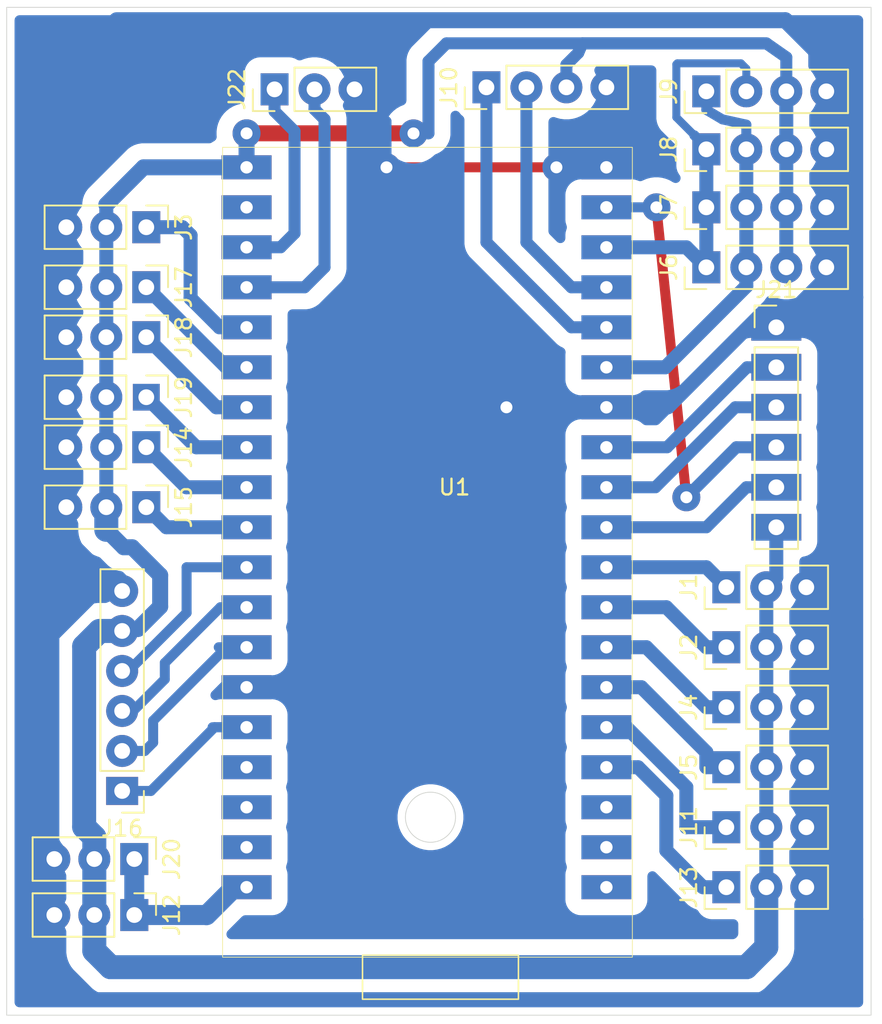
<source format=kicad_pcb>
(kicad_pcb (version 20241229) (generator "pcbnew") (generator_version "9.0")
  (layers (0 "F.Cu" signal) (2 "B.Cu" signal) (13 "F.Paste" user) (15 "B.Paste" user) (5 "F.SilkS" user "F.Silkscreen") (7 "B.SilkS" user "B.Silkscreen") (1 "F.Mask" user) (3 "B.Mask" user) (25 "Edge.Cuts" user))
  (net 0 "")
  (net 1 "SIG1")
  (net 2 "3V3")
  (net 3 "GND")
  (net 4 "SIG2")
  (net 5 "ADC1")
  (net 6 "ADC2")
  (net 7 "I2C_SDA")
  (net 8 "I2C_SCL")
  (net 9 "U0_RX")
  (net 10 "U0_TX")
  (net 11 "ADC3")
  (net 12 "SPI_CS")
  (net 13 "SPI_MOSI")
  (net 14 "SPI_SCK")
  (net 15 "SPI_MISO")
  (net 16 "ADC4")
  (net 17 "DAC1")
  (net 18 "DAC2")
  (net 19 "SPI2_MOSI")
  (net 20 "SPI2_MISO")
  (net 21 "SPI2_CS")
  (net 22 "SPI2_SCK")
  (net 28 "5V")
  (net 30 "IO34")
  (net 31 "IO35")
  (net 32 "IO32")
  (net 33 "IO33")
  (net 34 "SENSOR_VP")
  (net 35 "SENSOR_VN")
  (net 36 "EN")
  (footprint "Connector_PinHeader_2.54mm:PinHeader_1x03_P2.54mm_Vertical" (layer "F.Cu") (at 8.871008 31.744651 -90)
    (property "Reference" "J15" (at 0 -2.38 90) (layer "F.SilkS"))
    (property "Value" "DAC2" (hide yes))
    (fp_line (start -1.38 6.46) (end 1.38 6.46) (stroke (width 0.12)) (layer "F.SilkS"))
    (fp_line (start -1.38 1.27) (end -1.38 6.46) (stroke (width 0.12)) (layer "F.SilkS"))
    (fp_line (start -1.38 1.27) (end 1.38 1.27) (stroke (width 0.12)) (layer "F.SilkS"))
    (fp_line (start 1.38 1.27) (end 1.38 6.46) (stroke (width 0.12)) (layer "F.SilkS"))
    (fp_line (start -1.38 0) (end -1.38 -1.38) (stroke (width 0.12)) (layer "F.SilkS"))
    (fp_line (start -1.38 -1.38) (end 0 -1.38) (stroke (width 0.12)) (layer "F.SilkS"))
    (pad "1" thru_hole rect (at 0 0 270) (size 2.032 1.778) (drill 1) (layers "*.Cu" "*.Mask") (net 18 "DAC2"))
    (pad "2" thru_hole circle (at 0 2.54 270) (size 2.032 2.032) (drill 1) (layers "*.Cu" "*.Mask") (net 2 "3V3"))
    (pad "3" thru_hole circle (at 0 5.08 270) (size 2.032 2.032) (drill 1) (layers "*.Cu" "*.Mask") (net 3 "GND"))
  )
  (footprint "Connector_PinHeader_2.54mm:PinHeader_1x04_P2.54mm_Vertical" (layer "F.Cu") (at 44.45 9.017 90)
    (property "Reference" "J8" (at 0 -2.38 90) (layer "F.SilkS"))
    (property "Value" "I2C3" (hide yes))
    (fp_line (start -1.38 -1.38) (end 0 -1.38) (stroke (width 0.12)) (layer "F.SilkS"))
    (fp_line (start -1.38 0) (end -1.38 -1.38) (stroke (width 0.12)) (layer "F.SilkS"))
    (fp_line (start 1.38 1.27) (end 1.38 9) (stroke (width 0.12)) (layer "F.SilkS"))
    (fp_line (start -1.38 1.27) (end 1.38 1.27) (stroke (width 0.12)) (layer "F.SilkS"))
    (fp_line (start -1.38 1.27) (end -1.38 9) (stroke (width 0.12)) (layer "F.SilkS"))
    (fp_line (start -1.38 9) (end 1.38 9) (stroke (width 0.12)) (layer "F.SilkS"))
    (pad "1" thru_hole rect (at 0 0 90) (size 2.032 1.778) (drill 1) (layers "*.Cu" "*.Mask") (net 8 "I2C_SCL"))
    (pad "2" thru_hole circle (at 0 2.54 90) (size 2.032 2.032) (drill 1) (layers "*.Cu" "*.Mask") (net 7 "I2C_SDA"))
    (pad "3" thru_hole circle (at 0 5.08 90) (size 2.032 2.032) (drill 1) (layers "*.Cu" "*.Mask") (net 2 "3V3"))
    (pad "4" thru_hole circle (at 0 7.62 90) (size 2.032 2.032) (drill 1) (layers "*.Cu" "*.Mask") (net 3 "GND"))
  )
  (footprint "Connector_PinHeader_2.54mm:PinHeader_1x04_P2.54mm_Vertical" (layer "F.Cu") (at 44.45 16.51 90)
    (property "Reference" "J6" (at 0 -2.38 90) (layer "F.SilkS"))
    (property "Value" "I2C1" (hide yes))
    (fp_line (start -1.38 -1.38) (end 0 -1.38) (stroke (width 0.12)) (layer "F.SilkS"))
    (fp_line (start -1.38 0) (end -1.38 -1.38) (stroke (width 0.12)) (layer "F.SilkS"))
    (fp_line (start 1.38 1.27) (end 1.38 9) (stroke (width 0.12)) (layer "F.SilkS"))
    (fp_line (start -1.38 1.27) (end 1.38 1.27) (stroke (width 0.12)) (layer "F.SilkS"))
    (fp_line (start -1.38 1.27) (end -1.38 9) (stroke (width 0.12)) (layer "F.SilkS"))
    (fp_line (start -1.38 9) (end 1.38 9) (stroke (width 0.12)) (layer "F.SilkS"))
    (pad "1" thru_hole rect (at 0 0 90) (size 2.032 1.778) (drill 1) (layers "*.Cu" "*.Mask") (net 8 "I2C_SCL"))
    (pad "2" thru_hole circle (at 0 2.54 90) (size 2.032 2.032) (drill 1) (layers "*.Cu" "*.Mask") (net 7 "I2C_SDA"))
    (pad "3" thru_hole circle (at 0 5.08 90) (size 2.032 2.032) (drill 1) (layers "*.Cu" "*.Mask") (net 2 "3V3"))
    (pad "4" thru_hole circle (at 0 7.62 90) (size 2.032 2.032) (drill 1) (layers "*.Cu" "*.Mask") (net 3 "GND"))
  )
  (footprint "Connector_PinHeader_2.54mm:PinHeader_1x04_P2.54mm_Vertical" (layer "F.Cu") (at 44.45 5.334 90)
    (property "Reference" "J9" (at 0 -2.38 90) (layer "F.SilkS"))
    (property "Value" "I2C4" (hide yes))
    (fp_line (start -1.38 -1.38) (end 0 -1.38) (stroke (width 0.12)) (layer "F.SilkS"))
    (fp_line (start -1.38 0) (end -1.38 -1.38) (stroke (width 0.12)) (layer "F.SilkS"))
    (fp_line (start 1.38 1.27) (end 1.38 9) (stroke (width 0.12)) (layer "F.SilkS"))
    (fp_line (start -1.38 1.27) (end 1.38 1.27) (stroke (width 0.12)) (layer "F.SilkS"))
    (fp_line (start -1.38 1.27) (end -1.38 9) (stroke (width 0.12)) (layer "F.SilkS"))
    (fp_line (start -1.38 9) (end 1.38 9) (stroke (width 0.12)) (layer "F.SilkS"))
    (pad "1" thru_hole rect (at 0 0 90) (size 2.032 1.778) (drill 1) (layers "*.Cu" "*.Mask") (net 7 "I2C_SDA"))
    (pad "2" thru_hole circle (at 0 2.54 90) (size 2.032 2.032) (drill 1) (layers "*.Cu" "*.Mask") (net 8 "I2C_SCL"))
    (pad "3" thru_hole circle (at 0 5.08 90) (size 2.032 2.032) (drill 1) (layers "*.Cu" "*.Mask") (net 2 "3V3"))
    (pad "4" thru_hole circle (at 0 7.62 90) (size 2.032 2.032) (drill 1) (layers "*.Cu" "*.Mask") (net 3 "GND"))
  )
  (footprint "Connector_PinHeader_2.54mm:PinHeader_1x03_P2.54mm_Vertical" (layer "F.Cu") (at 8.108655 54.090011 -90)
    (property "Reference" "J20" (at 0 -2.38 90) (layer "F.SilkS"))
    (property "Value" "PWR2" (hide yes))
    (fp_line (start -1.38 6.46) (end 1.38 6.46) (stroke (width 0.12)) (layer "F.SilkS"))
    (fp_line (start -1.38 1.27) (end -1.38 6.46) (stroke (width 0.12)) (layer "F.SilkS"))
    (fp_line (start -1.38 1.27) (end 1.38 1.27) (stroke (width 0.12)) (layer "F.SilkS"))
    (fp_line (start 1.38 1.27) (end 1.38 6.46) (stroke (width 0.12)) (layer "F.SilkS"))
    (fp_line (start -1.38 0) (end -1.38 -1.38) (stroke (width 0.12)) (layer "F.SilkS"))
    (fp_line (start -1.38 -1.38) (end 0 -1.38) (stroke (width 0.12)) (layer "F.SilkS"))
    (pad "1" thru_hole rect (at 0 0 270) (size 2.032 1.778) (drill 1) (layers "*.Cu" "*.Mask") (net 28 "5V"))
    (pad "2" thru_hole circle (at 0 2.54 270) (size 2.032 2.032) (drill 1) (layers "*.Cu" "*.Mask") (net 2 "3V3"))
    (pad "3" thru_hole circle (at 0 5.08 270) (size 2.032 2.032) (drill 1) (layers "*.Cu" "*.Mask") (net 3 "GND"))
  )
  (footprint "Connector_PinHeader_2.54mm:PinHeader_1x03_P2.54mm_Vertical" (layer "F.Cu") (at 17.018 5.207 90)
    (property "Reference" "J22" (at 0 -2.38 90) (layer "F.SilkS"))
    (property "Value" "V_SP")
    (fp_line (start -1.38 -1.38) (end 0 -1.38) (stroke (width 0.12)) (layer "F.SilkS"))
    (fp_line (start -1.38 0) (end -1.38 -1.38) (stroke (width 0.12)) (layer "F.SilkS"))
    (fp_line (start 1.38 1.27) (end 1.38 6.46) (stroke (width 0.12)) (layer "F.SilkS"))
    (fp_line (start -1.38 1.27) (end 1.38 1.27) (stroke (width 0.12)) (layer "F.SilkS"))
    (fp_line (start -1.38 1.27) (end -1.38 6.46) (stroke (width 0.12)) (layer "F.SilkS"))
    (fp_line (start -1.38 6.46) (end 1.38 6.46) (stroke (width 0.12)) (layer "F.SilkS"))
    (pad "1" thru_hole rect (at 0 0 90) (size 2.032 1.778) (drill 1) (layers "*.Cu" "*.Mask") (net 34 "SENSOR_VP"))
    (pad "2" thru_hole circle (at 0 2.54 90) (size 2.032 2.032) (drill 1) (layers "*.Cu" "*.Mask") (net 35 "SENSOR_VN"))
    (pad "3" thru_hole circle (at 0 5.08 90) (size 2.032 2.032) (drill 1) (layers "*.Cu" "*.Mask") (net 3 "GND"))
  )
  (footprint "Connector_PinHeader_2.54mm:PinHeader_1x03_P2.54mm_Vertical" (layer "F.Cu") (at 45.72 52.07 90)
    (property "Reference" "J11" (at 0 -2.38 90) (layer "F.SilkS"))
    (property "Value" "ADC3" (hide yes))
    (fp_line (start -1.38 -1.38) (end 0 -1.38) (stroke (width 0.12)) (layer "F.SilkS"))
    (fp_line (start -1.38 0) (end -1.38 -1.38) (stroke (width 0.12)) (layer "F.SilkS"))
    (fp_line (start 1.38 1.27) (end 1.38 6.46) (stroke (width 0.12)) (layer "F.SilkS"))
    (fp_line (start -1.38 1.27) (end 1.38 1.27) (stroke (width 0.12)) (layer "F.SilkS"))
    (fp_line (start -1.38 1.27) (end -1.38 6.46) (stroke (width 0.12)) (layer "F.SilkS"))
    (fp_line (start -1.38 6.46) (end 1.38 6.46) (stroke (width 0.12)) (layer "F.SilkS"))
    (pad "1" thru_hole rect (at 0 0 90) (size 2.032 1.778) (drill 1) (layers "*.Cu" "*.Mask") (net 11 "ADC3"))
    (pad "2" thru_hole circle (at 0 2.54 90) (size 2.032 2.032) (drill 1) (layers "*.Cu" "*.Mask") (net 2 "3V3"))
    (pad "3" thru_hole circle (at 0 5.08 90) (size 2.032 2.032) (drill 1) (layers "*.Cu" "*.Mask") (net 3 "GND"))
  )
  (footprint "Connector_PinHeader_2.54mm:PinHeader_1x03_P2.54mm_Vertical" (layer "F.Cu") (at 8.108655 57.646011 -90)
    (property "Reference" "J12" (at 0 -2.38 90) (layer "F.SilkS"))
    (property "Value" "PWR1" (hide yes))
    (fp_line (start -1.38 6.46) (end 1.38 6.46) (stroke (width 0.12)) (layer "F.SilkS"))
    (fp_line (start -1.38 1.27) (end -1.38 6.46) (stroke (width 0.12)) (layer "F.SilkS"))
    (fp_line (start -1.38 1.27) (end 1.38 1.27) (stroke (width 0.12)) (layer "F.SilkS"))
    (fp_line (start 1.38 1.27) (end 1.38 6.46) (stroke (width 0.12)) (layer "F.SilkS"))
    (fp_line (start -1.38 0) (end -1.38 -1.38) (stroke (width 0.12)) (layer "F.SilkS"))
    (fp_line (start -1.38 -1.38) (end 0 -1.38) (stroke (width 0.12)) (layer "F.SilkS"))
    (pad "1" thru_hole rect (at 0 0 270) (size 2.032 1.778) (drill 1) (layers "*.Cu" "*.Mask") (net 28 "5V"))
    (pad "2" thru_hole circle (at 0 2.54 270) (size 2.032 2.032) (drill 1) (layers "*.Cu" "*.Mask") (net 2 "3V3"))
    (pad "3" thru_hole circle (at 0 5.08 270) (size 2.032 2.032) (drill 1) (layers "*.Cu" "*.Mask") (net 3 "GND"))
  )
  (footprint "Connector_PinHeader_2.54mm:PinHeader_1x03_P2.54mm_Vertical" (layer "F.Cu") (at 8.871008 13.964651 -90)
    (property "Reference" "J3" (at 0 -2.38 90) (layer "F.SilkS"))
    (property "Value" "AUX3" (hide yes))
    (fp_line (start -1.38 6.46) (end 1.38 6.46) (stroke (width 0.12)) (layer "F.SilkS"))
    (fp_line (start -1.38 1.27) (end -1.38 6.46) (stroke (width 0.12)) (layer "F.SilkS"))
    (fp_line (start -1.38 1.27) (end 1.38 1.27) (stroke (width 0.12)) (layer "F.SilkS"))
    (fp_line (start 1.38 1.27) (end 1.38 6.46) (stroke (width 0.12)) (layer "F.SilkS"))
    (fp_line (start -1.38 0) (end -1.38 -1.38) (stroke (width 0.12)) (layer "F.SilkS"))
    (fp_line (start -1.38 -1.38) (end 0 -1.38) (stroke (width 0.12)) (layer "F.SilkS"))
    (pad "1" thru_hole rect (at 0 0 270) (size 2.032 1.778) (drill 1) (layers "*.Cu" "*.Mask") (net 30 "IO34"))
    (pad "2" thru_hole circle (at 0 2.54 270) (size 2.032 2.032) (drill 1) (layers "*.Cu" "*.Mask") (net 2 "3V3"))
    (pad "3" thru_hole circle (at 0 5.08 270) (size 2.032 2.032) (drill 1) (layers "*.Cu" "*.Mask") (net 3 "GND"))
  )
  (footprint "Connector_PinHeader_2.54mm:PinHeader_1x03_P2.54mm_Vertical" (layer "F.Cu") (at 8.871008 20.949651 -90)
    (property "Reference" "J18" (at 0 -2.38 90) (layer "F.SilkS"))
    (property "Value" "AUX5" (hide yes))
    (fp_line (start -1.38 6.46) (end 1.38 6.46) (stroke (width 0.12)) (layer "F.SilkS"))
    (fp_line (start -1.38 1.27) (end -1.38 6.46) (stroke (width 0.12)) (layer "F.SilkS"))
    (fp_line (start -1.38 1.27) (end 1.38 1.27) (stroke (width 0.12)) (layer "F.SilkS"))
    (fp_line (start 1.38 1.27) (end 1.38 6.46) (stroke (width 0.12)) (layer "F.SilkS"))
    (fp_line (start -1.38 0) (end -1.38 -1.38) (stroke (width 0.12)) (layer "F.SilkS"))
    (fp_line (start -1.38 -1.38) (end 0 -1.38) (stroke (width 0.12)) (layer "F.SilkS"))
    (pad "1" thru_hole rect (at 0 0 270) (size 2.032 1.778) (drill 1) (layers "*.Cu" "*.Mask") (net 32 "IO32"))
    (pad "2" thru_hole circle (at 0 2.54 270) (size 2.032 2.032) (drill 1) (layers "*.Cu" "*.Mask") (net 2 "3V3"))
    (pad "3" thru_hole circle (at 0 5.08 270) (size 2.032 2.032) (drill 1) (layers "*.Cu" "*.Mask") (net 3 "GND"))
  )
  (footprint "Connector_PinHeader_2.54mm:PinHeader_1x04_P2.54mm_Vertical" (layer "F.Cu") (at 44.45 12.7 90)
    (property "Reference" "J7" (at 0 -2.38 90) (layer "F.SilkS"))
    (property "Value" "I2C2")
    (fp_line (start -1.38 -1.38) (end 0 -1.38) (stroke (width 0.12)) (layer "F.SilkS"))
    (fp_line (start -1.38 0) (end -1.38 -1.38) (stroke (width 0.12)) (layer "F.SilkS"))
    (fp_line (start 1.38 1.27) (end 1.38 9) (stroke (width 0.12)) (layer "F.SilkS"))
    (fp_line (start -1.38 1.27) (end 1.38 1.27) (stroke (width 0.12)) (layer "F.SilkS"))
    (fp_line (start -1.38 1.27) (end -1.38 9) (stroke (width 0.12)) (layer "F.SilkS"))
    (fp_line (start -1.38 9) (end 1.38 9) (stroke (width 0.12)) (layer "F.SilkS"))
    (pad "1" thru_hole rect (at 0 0 90) (size 2.032 1.778) (drill 1) (layers "*.Cu" "*.Mask") (net 8 "I2C_SCL"))
    (pad "2" thru_hole circle (at 0 2.54 90) (size 2.032 2.032) (drill 1) (layers "*.Cu" "*.Mask") (net 7 "I2C_SDA"))
    (pad "3" thru_hole circle (at 0 5.08 90) (size 2.032 2.032) (drill 1) (layers "*.Cu" "*.Mask") (net 2 "3V3"))
    (pad "4" thru_hole circle (at 0 7.62 90) (size 2.032 2.032) (drill 1) (layers "*.Cu" "*.Mask") (net 3 "GND"))
  )
  (footprint "Connector_PinHeader_2.54mm:PinHeader_1x06_P2.54mm_Vertical" (layer "F.Cu") (at 48.895 20.32)
    (property "Reference" "J21" (at 0 -2.38 0) (layer "F.SilkS"))
    (property "Value" "SPI1" (hide yes))
    (fp_line (start -1.38 -1.38) (end 0 -1.38) (stroke (width 0.12)) (layer "F.SilkS"))
    (fp_line (start -1.38 0) (end -1.38 -1.38) (stroke (width 0.12)) (layer "F.SilkS"))
    (fp_line (start -1.38 1.27) (end -1.38 14.08) (stroke (width 0.12)) (layer "F.SilkS"))
    (fp_line (start -1.38 1.27) (end 1.38 1.27) (stroke (width 0.12)) (layer "F.SilkS"))
    (fp_line (start -1.38 14.08) (end 1.38 14.08) (stroke (width 0.12)) (layer "F.SilkS"))
    (fp_line (start 1.38 1.27) (end 1.38 14.08) (stroke (width 0.12)) (layer "F.SilkS"))
    (pad "1" thru_hole rect (at 0 0) (size 3.175 1.7) (drill 1) (layers "*.Cu" "*.Mask") (net 3 "GND"))
    (pad "2" thru_hole rect (at 0 2.54) (size 3.175 1.7) (drill 1) (layers "*.Cu" "*.Mask") (net 15 "SPI_MISO"))
    (pad "3" thru_hole rect (at 0 5.08) (size 3.175 1.7) (drill 1) (layers "*.Cu" "*.Mask") (net 14 "SPI_SCK"))
    (pad "4" thru_hole rect (at 0 7.62) (size 3.175 1.7) (drill 1) (layers "*.Cu" "*.Mask") (net 13 "SPI_MOSI"))
    (pad "5" thru_hole rect (at 0 10.16) (size 3.175 1.7) (drill 1) (layers "*.Cu" "*.Mask") (net 12 "SPI_CS"))
    (pad "6" thru_hole rect (at 0 12.7) (size 3.175 1.7) (drill 1) (layers "*.Cu" "*.Mask") (net 2 "3V3"))
  )
  (footprint "Connector_PinHeader_2.54mm:PinHeader_1x03_P2.54mm_Vertical" (layer "F.Cu") (at 45.72 55.88 90)
    (property "Reference" "J13" (at 0 -2.38 90) (layer "F.SilkS"))
    (property "Value" "ADC4" (hide yes))
    (fp_line (start -1.38 -1.38) (end 0 -1.38) (stroke (width 0.12)) (layer "F.SilkS"))
    (fp_line (start -1.38 0) (end -1.38 -1.38) (stroke (width 0.12)) (layer "F.SilkS"))
    (fp_line (start 1.38 1.27) (end 1.38 6.46) (stroke (width 0.12)) (layer "F.SilkS"))
    (fp_line (start -1.38 1.27) (end 1.38 1.27) (stroke (width 0.12)) (layer "F.SilkS"))
    (fp_line (start -1.38 1.27) (end -1.38 6.46) (stroke (width 0.12)) (layer "F.SilkS"))
    (fp_line (start -1.38 6.46) (end 1.38 6.46) (stroke (width 0.12)) (layer "F.SilkS"))
    (pad "1" thru_hole rect (at 0 0 90) (size 2.032 1.778) (drill 1) (layers "*.Cu" "*.Mask") (net 16 "ADC4"))
    (pad "2" thru_hole circle (at 0 2.54 90) (size 2.032 2.032) (drill 1) (layers "*.Cu" "*.Mask") (net 2 "3V3"))
    (pad "3" thru_hole circle (at 0 5.08 90) (size 2.032 2.032) (drill 1) (layers "*.Cu" "*.Mask") (net 3 "GND"))
  )
  (footprint "Connector_PinHeader_2.54mm:PinHeader_1x03_P2.54mm_Vertical" (layer "F.Cu") (at 8.871008 17.774651 -90)
    (property "Reference" "J17" (at 0 -2.38 90) (layer "F.SilkS"))
    (property "Value" "AUX4" (hide yes))
    (fp_line (start -1.38 6.46) (end 1.38 6.46) (stroke (width 0.12)) (layer "F.SilkS"))
    (fp_line (start -1.38 1.27) (end -1.38 6.46) (stroke (width 0.12)) (layer "F.SilkS"))
    (fp_line (start -1.38 1.27) (end 1.38 1.27) (stroke (width 0.12)) (layer "F.SilkS"))
    (fp_line (start 1.38 1.27) (end 1.38 6.46) (stroke (width 0.12)) (layer "F.SilkS"))
    (fp_line (start -1.38 0) (end -1.38 -1.38) (stroke (width 0.12)) (layer "F.SilkS"))
    (fp_line (start -1.38 -1.38) (end 0 -1.38) (stroke (width 0.12)) (layer "F.SilkS"))
    (pad "1" thru_hole rect (at 0 0 270) (size 2.032 1.778) (drill 1) (layers "*.Cu" "*.Mask") (net 31 "IO35"))
    (pad "2" thru_hole circle (at 0 2.54 270) (size 2.032 2.032) (drill 1) (layers "*.Cu" "*.Mask") (net 2 "3V3"))
    (pad "3" thru_hole circle (at 0 5.08 270) (size 2.032 2.032) (drill 1) (layers "*.Cu" "*.Mask") (net 3 "GND"))
  )
  (footprint "Connector_PinHeader_2.54mm:PinHeader_1x03_P2.54mm_Vertical" (layer "F.Cu") (at 45.72 36.83 90)
    (property "Reference" "J1" (at 0 -2.38 90) (layer "F.SilkS"))
    (property "Value" "AUX1" (hide yes))
    (fp_line (start -1.38 -1.38) (end 0 -1.38) (stroke (width 0.12)) (layer "F.SilkS"))
    (fp_line (start -1.38 0) (end -1.38 -1.38) (stroke (width 0.12)) (layer "F.SilkS"))
    (fp_line (start 1.38 1.27) (end 1.38 6.46) (stroke (width 0.12)) (layer "F.SilkS"))
    (fp_line (start -1.38 1.27) (end 1.38 1.27) (stroke (width 0.12)) (layer "F.SilkS"))
    (fp_line (start -1.38 1.27) (end -1.38 6.46) (stroke (width 0.12)) (layer "F.SilkS"))
    (fp_line (start -1.38 6.46) (end 1.38 6.46) (stroke (width 0.12)) (layer "F.SilkS"))
    (pad "1" thru_hole rect (at 0 0 90) (size 2.032 1.778) (drill 1) (layers "*.Cu" "*.Mask") (net 1 "SIG1"))
    (pad "2" thru_hole circle (at 0 2.54 90) (size 2.032 2.032) (drill 1) (layers "*.Cu" "*.Mask") (net 2 "3V3"))
    (pad "3" thru_hole circle (at 0 5.08 90) (size 2.032 2.032) (drill 1) (layers "*.Cu" "*.Mask") (net 3 "GND"))
  )
  (footprint "Connector_PinHeader_2.54mm:PinHeader_1x06_P2.54mm_Vertical" (layer "F.Cu") (at 7.336982 49.765461 180)
    (property "Reference" "J16" (at 0 -2.38 0) (layer "F.SilkS"))
    (property "Value" "SPI2")
    (fp_line (start 1.38 1.27) (end 1.38 14.08) (stroke (width 0.12)) (layer "F.SilkS"))
    (fp_line (start -1.38 14.08) (end 1.38 14.08) (stroke (width 0.12)) (layer "F.SilkS"))
    (fp_line (start -1.38 1.27) (end 1.38 1.27) (stroke (width 0.12)) (layer "F.SilkS"))
    (fp_line (start -1.38 1.27) (end -1.38 14.08) (stroke (width 0.12)) (layer "F.SilkS"))
    (fp_line (start -1.38 0) (end -1.38 -1.38) (stroke (width 0.12)) (layer "F.SilkS"))
    (fp_line (start -1.38 -1.38) (end 0 -1.38) (stroke (width 0.12)) (layer "F.SilkS"))
    (pad "1" thru_hole rect (at 0 0 180) (size 2.032 1.778) (drill 1) (layers "*.Cu" "*.Mask") (net 19 "SPI2_MOSI"))
    (pad "2" thru_hole circle (at 0 2.54 180) (size 2.032 2.032) (drill 1) (layers "*.Cu" "*.Mask") (net 20 "SPI2_MISO"))
    (pad "3" thru_hole circle (at 0 5.08 180) (size 2.032 2.032) (drill 1) (layers "*.Cu" "*.Mask") (net 22 "SPI2_SCK"))
    (pad "4" thru_hole circle (at 0 7.62 180) (size 2.032 2.032) (drill 1) (layers "*.Cu" "*.Mask") (net 21 "SPI2_CS"))
    (pad "5" thru_hole circle (at 0 10.16 180) (size 2.032 2.032) (drill 1) (layers "*.Cu" "*.Mask") (net 2 "3V3"))
    (pad "6" thru_hole circle (at 0 12.7 180) (size 2.032 2.032) (drill 1) (layers "*.Cu" "*.Mask") (net 3 "GND"))
  )
  (footprint "Connector_PinHeader_2.54mm:PinHeader_1x04_P2.54mm_Vertical" (layer "F.Cu") (at 30.48 5.08 90)
    (property "Reference" "J10" (at 0 -2.38 90) (layer "F.SilkS"))
    (property "Value" "UART1")
    (fp_line (start -1.38 -1.38) (end 0 -1.38) (stroke (width 0.12)) (layer "F.SilkS"))
    (fp_line (start -1.38 0) (end -1.38 -1.38) (stroke (width 0.12)) (layer "F.SilkS"))
    (fp_line (start 1.38 1.27) (end 1.38 9) (stroke (width 0.12)) (layer "F.SilkS"))
    (fp_line (start -1.38 1.27) (end 1.38 1.27) (stroke (width 0.12)) (layer "F.SilkS"))
    (fp_line (start -1.38 1.27) (end -1.38 9) (stroke (width 0.12)) (layer "F.SilkS"))
    (fp_line (start -1.38 9) (end 1.38 9) (stroke (width 0.12)) (layer "F.SilkS"))
    (pad "1" thru_hole rect (at 0 0 90) (size 2.032 1.778) (drill 1) (layers "*.Cu" "*.Mask") (net 10 "U0_TX"))
    (pad "2" thru_hole circle (at 0 2.54 90) (size 2.032 2.032) (drill 1) (layers "*.Cu" "*.Mask") (net 9 "U0_RX"))
    (pad "3" thru_hole circle (at 0 5.08 90) (size 2.032 2.032) (drill 1) (layers "*.Cu" "*.Mask") (net 2 "3V3"))
    (pad "4" thru_hole circle (at 0 7.62 90) (size 2.032 2.032) (drill 1) (layers "*.Cu" "*.Mask") (net 3 "GND"))
  )
  (footprint "Connector_PinHeader_2.54mm:PinHeader_1x03_P2.54mm_Vertical" (layer "F.Cu") (at 8.871008 27.934651 -90)
    (property "Reference" "J14" (at 0 -2.38 90) (layer "F.SilkS"))
    (property "Value" "DAC1" (hide yes))
    (fp_line (start -1.38 6.46) (end 1.38 6.46) (stroke (width 0.12)) (layer "F.SilkS"))
    (fp_line (start -1.38 1.27) (end -1.38 6.46) (stroke (width 0.12)) (layer "F.SilkS"))
    (fp_line (start -1.38 1.27) (end 1.38 1.27) (stroke (width 0.12)) (layer "F.SilkS"))
    (fp_line (start 1.38 1.27) (end 1.38 6.46) (stroke (width 0.12)) (layer "F.SilkS"))
    (fp_line (start -1.38 0) (end -1.38 -1.38) (stroke (width 0.12)) (layer "F.SilkS"))
    (fp_line (start -1.38 -1.38) (end 0 -1.38) (stroke (width 0.12)) (layer "F.SilkS"))
    (pad "1" thru_hole rect (at 0 0 270) (size 2.032 1.778) (drill 1) (layers "*.Cu" "*.Mask") (net 17 "DAC1"))
    (pad "2" thru_hole circle (at 0 2.54 270) (size 2.032 2.032) (drill 1) (layers "*.Cu" "*.Mask") (net 2 "3V3"))
    (pad "3" thru_hole circle (at 0 5.08 270) (size 2.032 2.032) (drill 1) (layers "*.Cu" "*.Mask") (net 3 "GND"))
  )
  (footprint "ESP32-DEVKITC-32D:MODULE_ESP32-DEVKITC-32D-THT" (layer "F.Cu") (at 27.94 30.48)
    (property "Reference" "U1" (at 0.508 0 0) (layer "F.SilkS") (effects (font (size 1.000386 1.000386))))
    (property "Value" "ESP32-DEVKITC-32D")
    (fp_rect (start -14.224 -21.59) (end 11.811 29.845) (stroke (width 0.05)) (fill no) (layer "F.SilkS"))
    (fp_rect (start -5.334 29.718) (end 4.572 32.512) (stroke (width 0.1)) (fill no) (layer "F.SilkS"))
    (pad "J2-1" thru_hole rect (at -12.7 -20.32) (size 3.175 1.524) (drill 0.7874) (layers "*.Cu" "*.Mask") (net 2 "3V3"))
    (pad "J2-2" thru_hole rect (at -12.7 -17.78) (size 3.175 1.524) (drill 0.7874) (layers "*.Cu" "*.Mask") (net 36 "EN"))
    (pad "J2-3" thru_hole rect (at -12.7 -15.24) (size 3.175 1.524) (drill 0.7874) (layers "*.Cu" "*.Mask") (net 34 "SENSOR_VP"))
    (pad "J2-4" thru_hole rect (at -12.7 -12.7) (size 3.175 1.524) (drill 0.7874) (layers "*.Cu" "*.Mask") (net 35 "SENSOR_VN"))
    (pad "J2-5" thru_hole rect (at -12.7 -10.16) (size 3.175 1.524) (drill 0.7874) (layers "*.Cu" "*.Mask") (net 30 "IO34"))
    (pad "J2-6" thru_hole rect (at -12.7 -7.62) (size 3.175 1.524) (drill 0.7874) (layers "*.Cu" "*.Mask") (net 31 "IO35"))
    (pad "J2-7" thru_hole rect (at -12.7 -5.08) (size 3.175 1.524) (drill 0.7874) (layers "*.Cu" "*.Mask") (net 32 "IO32"))
    (pad "J2-8" thru_hole rect (at -12.7 -2.54) (size 3.175 1.524) (drill 0.7874) (layers "*.Cu" "*.Mask") (net 33 "IO33"))
    (pad "J2-9" thru_hole rect (at -12.7 0) (size 3.175 1.524) (drill 0.7874) (layers "*.Cu" "*.Mask") (net 17 "DAC1"))
    (pad "J2-10" thru_hole rect (at -12.7 2.54) (size 3.175 1.524) (drill 0.7874) (layers "*.Cu" "*.Mask") (net 18 "DAC2"))
    (pad "J2-11" thru_hole rect (at -12.7 5.08) (size 3.175 1.524) (drill 0.7874) (layers "*.Cu" "*.Mask") (net 21 "SPI2_CS"))
    (pad "J2-12" thru_hole rect (at -12.7 7.62) (size 3.175 1.524) (drill 0.7874) (layers "*.Cu" "*.Mask") (net 22 "SPI2_SCK"))
    (pad "J2-13" thru_hole rect (at -12.7 10.16) (size 3.175 1.524) (drill 0.7874) (layers "*.Cu" "*.Mask") (net 20 "SPI2_MISO"))
    (pad "J2-14" thru_hole rect (at -12.7 12.7) (size 3.175 1.524) (drill 0.7874) (layers "*.Cu" "*.Mask") (net 3 "GND"))
    (pad "J2-15" thru_hole rect (at -12.7 15.24) (size 3.175 1.524) (drill 0.7874) (layers "*.Cu" "*.Mask") (net 19 "SPI2_MOSI"))
    (pad "J2-16" thru_hole rect (at -12.7 17.78) (size 3.175 1.524) (drill 0.7874) (layers "*.Cu" "*.Mask"))
    (pad "J2-17" thru_hole rect (at -12.7 20.32) (size 3.175 1.524) (drill 0.7874) (layers "*.Cu" "*.Mask"))
    (pad "J2-18" thru_hole rect (at -12.7 22.86) (size 3.175 1.524) (drill 0.7874) (layers "*.Cu" "*.Mask"))
    (pad "J2-19" thru_hole rect (at -12.7 25.4) (size 3.175 1.524) (drill 0.7874) (layers "*.Cu" "*.Mask") (net 28 "5V"))
    (pad "J3-1" thru_hole rect (at 10.16 -20.32) (size 3.175 1.524) (drill 0.7874) (layers "*.Cu" "*.Mask") (net 3 "GND"))
    (pad "J3-2" thru_hole rect (at 10.16 -17.78) (size 3.175 1.524) (drill 0.7874) (layers "*.Cu" "*.Mask") (net 13 "SPI_MOSI"))
    (pad "J3-3" thru_hole rect (at 10.16 -15.24) (size 3.175 1.524) (drill 0.7874) (layers "*.Cu" "*.Mask") (net 8 "I2C_SCL"))
    (pad "J3-4" thru_hole rect (at 10.16 -12.7) (size 3.175 1.524) (drill 0.7874) (layers "*.Cu" "*.Mask") (net 9 "U0_RX"))
    (pad "J3-5" thru_hole rect (at 10.16 -10.16) (size 3.175 1.524) (drill 0.7874) (layers "*.Cu" "*.Mask") (net 10 "U0_TX"))
    (pad "J3-6" thru_hole rect (at 10.16 -7.62) (size 3.175 1.524) (drill 0.7874) (layers "*.Cu" "*.Mask") (net 7 "I2C_SDA"))
    (pad "J3-7" thru_hole rect (at 10.16 -5.08) (size 3.175 1.524) (drill 0.7874) (layers "*.Cu" "*.Mask") (net 3 "GND"))
    (pad "J3-8" thru_hole rect (at 10.16 -2.54) (size 3.175 1.524) (drill 0.7874) (layers "*.Cu" "*.Mask") (net 15 "SPI_MISO"))
    (pad "J3-9" thru_hole rect (at 10.16 0) (size 3.175 1.524) (drill 0.7874) (layers "*.Cu" "*.Mask") (net 14 "SPI_SCK"))
    (pad "J3-10" thru_hole rect (at 10.16 2.54) (size 3.175 1.524) (drill 0.7874) (layers "*.Cu" "*.Mask") (net 12 "SPI_CS"))
    (pad "J3-11" thru_hole rect (at 10.16 5.08) (size 3.175 1.524) (drill 0.7874) (layers "*.Cu" "*.Mask") (net 1 "SIG1"))
    (pad "J3-12" thru_hole rect (at 10.16 7.62) (size 3.175 1.524) (drill 0.7874) (layers "*.Cu" "*.Mask") (net 4 "SIG2"))
    (pad "J3-13" thru_hole rect (at 10.16 10.16) (size 3.175 1.524) (drill 0.7874) (layers "*.Cu" "*.Mask") (net 5 "ADC1"))
    (pad "J3-14" thru_hole rect (at 10.16 12.7) (size 3.175 1.524) (drill 0.7874) (layers "*.Cu" "*.Mask") (net 6 "ADC2"))
    (pad "J3-15" thru_hole rect (at 10.16 15.24) (size 3.175 1.524) (drill 0.7874) (layers "*.Cu" "*.Mask") (net 11 "ADC3"))
    (pad "J3-16" thru_hole rect (at 10.16 17.78) (size 3.175 1.524) (drill 0.7874) (layers "*.Cu" "*.Mask") (net 16 "ADC4"))
    (pad "J3-17" thru_hole rect (at 10.16 20.32) (size 3.175 1.524) (drill 0.7874) (layers "*.Cu" "*.Mask"))
    (pad "J3-18" thru_hole rect (at 10.16 22.86) (size 3.175 1.524) (drill 0.7874) (layers "*.Cu" "*.Mask"))
    (pad "J3-19" thru_hole rect (at 10.16 25.4) (size 3.175 1.524) (drill 0.7874) (layers "*.Cu" "*.Mask"))
  )
  (footprint "Connector_PinHeader_2.54mm:PinHeader_1x03_P2.54mm_Vertical" (layer "F.Cu") (at 45.72 44.45 90)
    (property "Reference" "J4" (at 0 -2.38 90) (layer "F.SilkS"))
    (property "Value" "ADC1" (hide yes))
    (fp_line (start -1.38 -1.38) (end 0 -1.38) (stroke (width 0.12)) (layer "F.SilkS"))
    (fp_line (start -1.38 0) (end -1.38 -1.38) (stroke (width 0.12)) (layer "F.SilkS"))
    (fp_line (start 1.38 1.27) (end 1.38 6.46) (stroke (width 0.12)) (layer "F.SilkS"))
    (fp_line (start -1.38 1.27) (end 1.38 1.27) (stroke (width 0.12)) (layer "F.SilkS"))
    (fp_line (start -1.38 1.27) (end -1.38 6.46) (stroke (width 0.12)) (layer "F.SilkS"))
    (fp_line (start -1.38 6.46) (end 1.38 6.46) (stroke (width 0.12)) (layer "F.SilkS"))
    (pad "1" thru_hole rect (at 0 0 90) (size 2.032 1.778) (drill 1) (layers "*.Cu" "*.Mask") (net 5 "ADC1"))
    (pad "2" thru_hole circle (at 0 2.54 90) (size 2.032 2.032) (drill 1) (layers "*.Cu" "*.Mask") (net 2 "3V3"))
    (pad "3" thru_hole circle (at 0 5.08 90) (size 2.032 2.032) (drill 1) (layers "*.Cu" "*.Mask") (net 3 "GND"))
  )
  (footprint "Connector_PinHeader_2.54mm:PinHeader_1x03_P2.54mm_Vertical" (layer "F.Cu") (at 8.871008 24.759651 -90)
    (property "Reference" "J19" (at 0 -2.38 90) (layer "F.SilkS"))
    (property "Value" "AUX6" (hide yes))
    (fp_line (start -1.38 6.46) (end 1.38 6.46) (stroke (width 0.12)) (layer "F.SilkS"))
    (fp_line (start -1.38 1.27) (end -1.38 6.46) (stroke (width 0.12)) (layer "F.SilkS"))
    (fp_line (start -1.38 1.27) (end 1.38 1.27) (stroke (width 0.12)) (layer "F.SilkS"))
    (fp_line (start 1.38 1.27) (end 1.38 6.46) (stroke (width 0.12)) (layer "F.SilkS"))
    (fp_line (start -1.38 0) (end -1.38 -1.38) (stroke (width 0.12)) (layer "F.SilkS"))
    (fp_line (start -1.38 -1.38) (end 0 -1.38) (stroke (width 0.12)) (layer "F.SilkS"))
    (pad "1" thru_hole rect (at 0 0 270) (size 1.7 1.7) (drill 1) (layers "*.Cu" "*.Mask") (net 33 "IO33"))
    (pad "2" thru_hole circle (at 0 2.54 270) (size 2.032 2.032) (drill 1) (layers "*.Cu" "*.Mask") (net 2 "3V3"))
    (pad "3" thru_hole circle (at 0 5.08 270) (size 2.032 2.032) (drill 1) (layers "*.Cu" "*.Mask") (net 3 "GND"))
  )
  (footprint "Connector_PinHeader_2.54mm:PinHeader_1x03_P2.54mm_Vertical" (layer "F.Cu") (at 45.72 48.26 90)
    (property "Reference" "J5" (at 0 -2.38 90) (layer "F.SilkS"))
    (property "Value" "ADC2" (hide yes))
    (fp_line (start -1.38 -1.38) (end 0 -1.38) (stroke (width 0.12)) (layer "F.SilkS"))
    (fp_line (start -1.38 0) (end -1.38 -1.38) (stroke (width 0.12)) (layer "F.SilkS"))
    (fp_line (start 1.38 1.27) (end 1.38 6.46) (stroke (width 0.12)) (layer "F.SilkS"))
    (fp_line (start -1.38 1.27) (end 1.38 1.27) (stroke (width 0.12)) (layer "F.SilkS"))
    (fp_line (start -1.38 1.27) (end -1.38 6.46) (stroke (width 0.12)) (layer "F.SilkS"))
    (fp_line (start -1.38 6.46) (end 1.38 6.46) (stroke (width 0.12)) (layer "F.SilkS"))
    (pad "1" thru_hole rect (at 0 0 90) (size 2.032 1.778) (drill 1) (layers "*.Cu" "*.Mask") (net 6 "ADC2"))
    (pad "2" thru_hole circle (at 0 2.54 90) (size 2.032 2.032) (drill 1) (layers "*.Cu" "*.Mask") (net 2 "3V3"))
    (pad "3" thru_hole circle (at 0 5.08 90) (size 2.032 2.032) (drill 1) (layers "*.Cu" "*.Mask") (net 3 "GND"))
  )
  (footprint "Connector_PinHeader_2.54mm:PinHeader_1x03_P2.54mm_Vertical" (layer "F.Cu") (at 45.72 40.64 90)
    (property "Reference" "J2" (at 0 -2.38 90) (layer "F.SilkS"))
    (property "Value" "AUX2" (hide yes))
    (fp_line (start -1.38 -1.38) (end 0 -1.38) (stroke (width 0.12)) (layer "F.SilkS"))
    (fp_line (start -1.38 0) (end -1.38 -1.38) (stroke (width 0.12)) (layer "F.SilkS"))
    (fp_line (start 1.38 1.27) (end 1.38 6.46) (stroke (width 0.12)) (layer "F.SilkS"))
    (fp_line (start -1.38 1.27) (end 1.38 1.27) (stroke (width 0.12)) (layer "F.SilkS"))
    (fp_line (start -1.38 1.27) (end -1.38 6.46) (stroke (width 0.12)) (layer "F.SilkS"))
    (fp_line (start -1.38 6.46) (end 1.38 6.46) (stroke (width 0.12)) (layer "F.SilkS"))
    (pad "1" thru_hole rect (at 0 0 90) (size 2.032 1.778) (drill 1) (layers "*.Cu" "*.Mask") (net 4 "SIG2"))
    (pad "2" thru_hole circle (at 0 2.54 90) (size 2.032 2.032) (drill 1) (layers "*.Cu" "*.Mask") (net 2 "3V3"))
    (pad "3" thru_hole circle (at 0 5.08 90) (size 2.032 2.032) (drill 1) (layers "*.Cu" "*.Mask") (net 3 "GND"))
  )
  (gr_circle (center 26.924 51.435) (end 27.686 52.832) (stroke (width 0.05)) (fill no) (layer "Edge.Cuts"))
  (gr_rect (start 0 0) (end 54.9148 64.008) (stroke (width 0.05)) (fill no) (layer "Edge.Cuts"))
  (segment (start 44.45 35.56) (end 45.72 36.83) (width 0.889) (layer "B.Cu") (net 1))
  (segment (start 38.1 35.56) (end 44.45 35.56) (width 0.889) (layer "B.Cu") (net 1))
  (segment (start 25.8445 8.005748) (end 25.839752 8.001) (width 1.016) (layer "F.Cu") (net 2))
  (segment (start 25.839752 8.001) (end 15.24 8.001) (width 1.016) (layer "F.Cu") (net 2))
  (via (at 25.8445 8.005748) (size 1.778) (drill 0.762) (layers "F.Cu" "B.Cu") (net 2))
  (via (at 15.24 8.001) (size 1.778) (drill 0.762) (layers "F.Cu" "B.Cu") (net 2))
  (segment (start 26.797 8.001) (end 25.849248 8.001) (width 0.762) (layer "B.Cu") (net 2))
  (segment (start 6.331008 31.744651) (end 6.331008 33.181491) (width 1.524) (layer "B.Cu") (net 2))
  (segment (start 48.26 52.07) (end 48.26 55.88) (width 0.889) (layer "B.Cu") (net 2))
  (segment (start 5.568655 59.924655) (end 5.568655 57.646011) (width 1.524) (layer "B.Cu") (net 2))
  (segment (start 25.849248 8.001) (end 25.8445 8.005748) (width 1.016) (layer "B.Cu") (net 2))
  (segment (start 6.604 60.96) (end 5.568655 59.924655) (width 1.524) (layer "B.Cu") (net 2))
  (segment (start 6.331008 24.759651) (end 6.331008 27.934651) (width 0.889) (layer "B.Cu") (net 2))
  (segment (start 15.24 10.16) (end 15.24 8.001) (width 1.016) (layer "B.Cu") (net 2))
  (segment (start 8.698819 10.16) (end 6.331008 12.527811) (width 1.016) (layer "B.Cu") (net 2))
  (segment (start 6.331008 20.949651) (end 6.331008 24.759651) (width 0.889) (layer "B.Cu") (net 2))
  (segment (start 48.26 55.88) (end 48.26 59.69) (width 1.524) (layer "B.Cu") (net 2))
  (segment (start 5.568655 57.646011) (end 5.568655 54.090011) (width 1.524) (layer "B.Cu") (net 2))
  (segment (start 35.56 3.64316) (end 35.56 5.08) (width 0.762) (layer "B.Cu") (net 2))
  (segment (start 5.568655 54.090011) (end 5.568655 52.698134) (width 1.524) (layer "B.Cu") (net 2))
  (segment (start 48.133 2.286) (end 36.576 2.286) (width 0.762) (layer "B.Cu") (net 2))
  (segment (start 26.797 3.81) (end 26.797 8.001) (width 0.762) (layer "B.Cu") (net 2))
  (segment (start 8.336894 39.479461) (end 7.462982 39.479461) (width 1.016) (layer "B.Cu") (net 2))
  (segment (start 46.99 60.96) (end 6.604 60.96) (width 1.524) (layer "B.Cu") (net 2))
  (segment (start 6.331008 31.744651) (end 6.2855 31.790159) (width 0.889) (layer "B.Cu") (net 2))
  (segment (start 36.31266 2.8905) (end 35.56 3.64316) (width 0.762) (layer "B.Cu") (net 2))
  (segment (start 7.462982 39.479461) (end 7.336982 39.605461) (width 1.524) (layer "B.Cu") (net 2))
  (segment (start 48.26 36.83) (end 48.26 40.64) (width 0.889) (layer "B.Cu") (net 2))
  (segment (start 6.331008 13.964651) (end 6.331008 17.774651) (width 0.889) (layer "B.Cu") (net 2))
  (segment (start 6.331008 17.774651) (end 6.331008 20.949651) (width 0.889) (layer "B.Cu") (net 2))
  (segment (start 6.331008 27.934651) (end 6.331008 31.744651) (width 0.889) (layer "B.Cu") (net 2))
  (segment (start 48.26 48.26) (end 48.26 52.07) (width 0.889) (layer "B.Cu") (net 2))
  (segment (start 49.53 8.89) (end 49.53 12.7) (width 0.889) (layer "B.Cu") (net 2))
  (segment (start 5.900142 39.605461) (end 7.336982 39.605461) (width 1.524) (layer "B.Cu") (net 2))
  (segment (start 27.94 2.286) (end 48.26 2.286) (width 0.762) (layer "B.Cu") (net 2))
  (segment (start 6.331008 12.527811) (end 6.331008 13.964651) (width 0.889) (layer "B.Cu") (net 2))
  (segment (start 48.895 33.02) (end 48.895 36.195) (width 0.889) (layer "B.Cu") (net 2))
  (segment (start 4.922982 40.582621) (end 5.900142 39.605461) (width 1.524) (layer "B.Cu") (net 2))
  (segment (start 4.922982 52.052461) (end 4.922982 40.582621) (width 1.524) (layer "B.Cu") (net 2))
  (segment (start 48.26 44.45) (end 48.26 48.26) (width 0.889) (layer "B.Cu") (net 2))
  (segment (start 48.26 40.64) (end 48.26 44.45) (width 0.889) (layer "B.Cu") (net 2))
  (segment (start 7.975433 34.29) (end 9.750982 36.065549) (width 1.016) (layer "B.Cu") (net 2))
  (segment (start 7.439517 34.29) (end 7.975433 34.29) (width 1.016) (layer "B.Cu") (net 2))
  (segment (start 49.53 4.86) (end 49.53 8.89) (width 0.889) (layer "B.Cu") (net 2))
  (segment (start 49.53 12.7) (end 49.53 16.51) (width 0.889) (layer "B.Cu") (net 2))
  (segment (start 9.750982 36.065549) (end 9.750982 38.065373) (width 1.016) (layer "B.Cu") (net 2))
  (segment (start 48.895 36.195) (end 48.26 36.83) (width 0.889) (layer "B.Cu") (net 2))
  (segment (start 6.331008 33.181491) (end 7.439517 34.29) (width 1.016) (layer "B.Cu") (net 2))
  (segment (start 5.568655 52.698134) (end 4.922982 52.052461) (width 1.524) (layer "B.Cu") (net 2))
  (segment (start 49.53 3.175) (end 49.53 4.86) (width 0.762) (layer "B.Cu") (net 2))
  (segment (start 26.797 3.429) (end 27.94 2.286) (width 0.762) (layer "B.Cu") (net 2))
  (segment (start 48.26 2.286) (end 49.53 3.175) (width 0.762) (layer "B.Cu") (net 2))
  (segment (start 36.576 2.286) (end 36.31266 2.8905) (width 0.762) (layer "B.Cu") (net 2))
  (segment (start 48.26 59.69) (end 46.99 60.96) (width 1.524) (layer "B.Cu") (net 2))
  (segment (start 26.797 3.81) (end 26.797 3.429) (width 0.762) (layer "B.Cu") (net 2))
  (segment (start 15.24 10.16) (end 8.698819 10.16) (width 1.016) (layer "B.Cu") (net 2))
  (segment (start 9.750982 38.065373) (end 8.336894 39.479461) (width 1.016) (layer "B.Cu") (net 2))
  (segment (start 34.925 10.16) (end 24.13 10.16) (width 0.635) (layer "F.Cu") (net 3))
  (via (at 31.75 25.4) (size 1.524) (drill 0.762) (layers "F.Cu" "B.Cu") (net 3))
  (via (at 34.925 10.16) (size 1.778) (drill 0.762) (layers "F.Cu" "B.Cu") (net 3))
  (via (at 24.13 10.16) (size 1.778) (drill 0.762) (layers "F.Cu" "B.Cu") (net 3))
  (segment (start 3.028655 57.646011) (end 3.028655 54.090011) (width 0.635) (layer "B.Cu") (net 3))
  (segment (start 3.81 31.763643) (end 3.791008 31.744651) (width 0.635) (layer "B.Cu") (net 3))
  (segment (start 50.8 55.88) (end 50.8 52.07) (width 0.889) (layer "B.Cu") (net 3))
  (segment (start 7.336982 37.065461) (end 3.791008 33.519487) (width 0.635) (layer "B.Cu") (net 3))
  (segment (start 3.028655 61.448655) (end 3.028655 57.646011) (width 0.635) (layer "B.Cu") (net 3))
  (segment (start 53.975 58.42) (end 49.53 62.865) (width 0.635) (layer "B.Cu") (net 3))
  (segment (start 50.8 55.88) (end 52.832 57.912) (width 0.889) (layer "B.Cu") (net 3))
  (segment (start 49.46534 0.8185) (end 6.985 0.8185) (width 1.016) (layer "B.Cu") (net 3))
  (segment (start 3.791008 4.012492) (end 3.791008 13.964651) (width 0.635) (layer "B.Cu") (net 3))
  (segment (start 38.1 25.4) (end 42.0105 25.4) (width 0.889) (layer "B.Cu") (net 3))
  (segment (start 52.07 4.86) (end 52.07 8.89) (width 0.889) (layer "B.Cu") (net 3))
  (segment (start 38.1 10.16) (end 34.925 10.16) (width 0.635) (layer "B.Cu") (net 3))
  (segment (start 24.13 10.16) (end 24.13 17.78) (width 0.635) (layer "B.Cu") (net 3))
  (segment (start 3.791008 24.759651) (end 3.791008 20.949651) (width 0.889) (layer "B.Cu") (net 3))
  (segment (start 3.791008 27.934651) (end 3.791008 24.759651) (width 0.889) (layer "B.Cu") (net 3))
  (segment (start 5.900142 37.065461) (end 7.336982 37.065461) (width 0.635) (layer "B.Cu") (net 3))
  (segment (start 24.13 10.16) (end 24.13 7.239) (width 0.635) (layer "B.Cu") (net 3))
  (segment (start 52.07 3.42316) (end 49.46534 0.8185) (width 1.016) (layer "B.Cu") (net 3))
  (segment (start 31.75 31.75) (end 31.75 25.4) (width 0.635) (layer "B.Cu") (net 3))
  (segment (start 3.791008 20.949651) (end 3.791008 17.774651) (width 0.889) (layer "B.Cu") (net 3))
  (segment (start 47.0905 20.32) (end 48.895 20.32) (width 0.889) (layer "B.Cu") (net 3))
  (segment (start 48.895 20.32) (end 52.07 17.145) (width 0.889) (layer "B.Cu") (net 3))
  (segment (start 42.0105 25.4) (end 47.0905 20.32) (width 0.889) (layer "B.Cu") (net 3))
  (segment (start 24.13 7.239) (end 22.098 5.207) (width 0.635) (layer "B.Cu") (net 3))
  (segment (start 20.32 43.18) (end 31.75 31.75) (width 0.635) (layer "B.Cu") (net 3))
  (segment (start 52.07 4.86) (end 52.07 3.42316) (width 0.889) (layer "B.Cu") (net 3))
  (segment (start 24.13 17.78) (end 31.75 25.4) (width 0.635) (layer "B.Cu") (net 3))
  (segment (start 52.832 57.912) (end 53.9693 57.912) (width 0.889) (layer "B.Cu") (net 3))
  (segment (start 3.028655 54.090011) (end 3.028655 39.936948) (width 0.635) (layer "B.Cu") (net 3))
  (segment (start 50.8 48.26) (end 50.8 44.45) (width 0.889) (layer "B.Cu") (net 3))
  (segment (start 3.791008 17.774651) (end 3.791008 13.964651) (width 0.889) (layer "B.Cu") (net 3))
  (segment (start 3.791008 33.519487) (end 3.791008 31.744651) (width 0.635) (layer "B.Cu") (net 3))
  (segment (start 52.07 17.145) (end 52.07 16.51) (width 0.889) (layer "B.Cu") (net 3))
  (segment (start 52.07 12.7) (end 52.07 16.51) (width 0.889) (layer "B.Cu") (net 3))
  (segment (start 4.445 62.865) (end 3.028655 61.448655) (width 0.635) (layer "B.Cu") (net 3))
  (segment (start 6.985 0.8185) (end 3.791008 4.012492) (width 0.635) (layer "B.Cu") (net 3))
  (segment (start 50.8 44.45) (end 50.8 40.64) (width 0.889) (layer "B.Cu") (net 3))
  (segment (start 52.07 16.51) (end 53.975 18.415) (width 0.889) (layer "B.Cu") (net 3))
  (segment (start 53.975 18.415) (end 53.975 58.42) (width 0.635) (layer "B.Cu") (net 3))
  (segment (start 49.53 62.865) (end 4.445 62.865) (width 0.635) (layer "B.Cu") (net 3))
  (segment (start 52.07 8.89) (end 52.07 12.7) (width 0.889) (layer "B.Cu") (net 3))
  (segment (start 50.8 52.07) (end 50.8 48.26) (width 0.889) (layer "B.Cu") (net 3))
  (segment (start 3.028655 39.936948) (end 5.900142 37.065461) (width 0.635) (layer "B.Cu") (net 3))
  (segment (start 3.791008 31.744651) (end 3.791008 27.934651) (width 0.889) (layer "B.Cu") (net 3))
  (segment (start 31.75 25.4) (end 38.1 25.4) (width 0.635) (layer "B.Cu") (net 3))
  (segment (start 50.8 40.64) (end 50.8 36.83) (width 0.889) (layer "B.Cu") (net 3))
  (segment (start 38.1 5.08) (end 38.1 10.16) (width 0.635) (layer "B.Cu") (net 3))
  (segment (start 15.24 43.18) (end 20.32 43.18) (width 0.635) (layer "B.Cu") (net 3))
  (segment (start 38.1 38.1) (end 41.91 38.1) (width 0.889) (layer "B.Cu") (net 4))
  (segment (start 41.91 38.1) (end 44.45 40.64) (width 0.889) (layer "B.Cu") (net 4))
  (segment (start 44.45 40.64) (end 45.72 40.64) (width 0.889) (layer "B.Cu") (net 4))
  (segment (start 44.45 44.45) (end 45.72 44.45) (width 0.889) (layer "B.Cu") (net 5))
  (segment (start 40.64 40.64) (end 44.45 44.45) (width 0.889) (layer "B.Cu") (net 5))
  (segment (start 38.1 40.64) (end 40.64 40.64) (width 0.889) (layer "B.Cu") (net 5))
  (segment (start 40.3225 43.18) (end 44.45 47.3075) (width 0.889) (layer "B.Cu") (net 6))
  (segment (start 44.45 47.3075) (end 44.45 48.26) (width 0.889) (layer "B.Cu") (net 6))
  (segment (start 44.45 48.26) (end 45.72 48.26) (width 0.889) (layer "B.Cu") (net 6))
  (segment (start 38.1 43.18) (end 40.3225 43.18) (width 0.889) (layer "B.Cu") (net 6))
  (segment (start 46.99 8.89) (end 46.99 12.7) (width 0.889) (layer "B.Cu") (net 7))
  (segment (start 46.99 17.712081) (end 46.99 16.51) (width 0.889) (layer "B.Cu") (net 7))
  (segment (start 46.99 7.449333) (end 46.99 8.89) (width 0.635) (layer "B.Cu") (net 7))
  (segment (start 44.45 4.86) (end 44.45 6.511) (width 0.635) (layer "B.Cu") (net 7))
  (segment (start 38.1 22.86) (end 41.842081 22.86) (width 0.889) (layer "B.Cu") (net 7))
  (segment (start 46.99 12.7) (end 46.99 16.51) (width 0.889) (layer "B.Cu") (net 7))
  (segment (start 44.45 6.511) (end 45.466 7.112) (width 0.635) (layer "B.Cu") (net 7))
  (segment (start 45.466 7.112) (end 46.99 7.449333) (width 0.635) (layer "B.Cu") (net 7))
  (segment (start 41.842081 22.86) (end 46.99 17.712081) (width 0.889) (layer "B.Cu") (net 7))
  (segment (start 43.688 8.128) (end 42.545 6.985) (width 0.508) (layer "B.Cu") (net 8))
  (segment (start 46.64784 3.555) (end 46.99 3.89716) (width 0.508) (layer "B.Cu") (net 8))
  (segment (start 44.45 8.89) (end 44.45 12.7) (width 0.889) (layer "B.Cu") (net 8))
  (segment (start 42.6105 3.555) (end 46.64784 3.555) (width 0.508) (layer "B.Cu") (net 8))
  (segment (start 44.45 8.89) (end 43.688 8.128) (width 0.635) (layer "B.Cu") (net 8))
  (segment (start 46.99 3.89716) (end 46.99 5.334) (width 0.508) (layer "B.Cu") (net 8))
  (segment (start 43.18 15.24) (end 44.45 16.51) (width 0.889) (layer "B.Cu") (net 8))
  (segment (start 42.545 3.6205) (end 42.6105 3.555) (width 0.508) (layer "B.Cu") (net 8))
  (segment (start 42.545 6.985) (end 42.545 3.6205) (width 0.508) (layer "B.Cu") (net 8))
  (segment (start 44.45 16.51) (end 44.45 12.7) (width 0.889) (layer "B.Cu") (net 8))
  (segment (start 38.1 15.24) (end 43.18 15.24) (width 0.889) (layer "B.Cu") (net 8))
  (segment (start 33.02 14.9225) (end 35.8775 17.78) (width 0.762) (layer "B.Cu") (net 9))
  (segment (start 33.02 5.08) (end 33.02 14.9225) (width 0.762) (layer "B.Cu") (net 9))
  (segment (start 35.8775 17.78) (end 38.1 17.78) (width 0.762) (layer "B.Cu") (net 9))
  (segment (start 30.48 5.08) (end 30.48 14.9225) (width 0.762) (layer "B.Cu") (net 10))
  (segment (start 35.8775 20.32) (end 38.1 20.32) (width 0.762) (layer "B.Cu") (net 10))
  (segment (start 30.48 14.9225) (end 35.8775 20.32) (width 0.762) (layer "B.Cu") (net 10))
  (segment (start 38.1 45.72) (end 39.37 45.72) (width 0.889) (layer "B.Cu") (net 11))
  (segment (start 39.37 45.72) (end 43.18 49.53) (width 0.889) (layer "B.Cu") (net 11))
  (segment (start 43.18 49.53) (end 43.18 52.07) (width 0.889) (layer "B.Cu") (net 11))
  (segment (start 43.18 52.07) (end 45.72 52.07) (width 0.889) (layer "B.Cu") (net 11))
  (segment (start 38.1 33.02) (end 44.45 33.02) (width 0.762) (layer "B.Cu") (net 12))
  (segment (start 44.45 33.02) (end 46.99 30.48) (width 0.762) (layer "B.Cu") (net 12))
  (segment (start 46.99 30.48) (end 48.895 30.48) (width 0.762) (layer "B.Cu") (net 12))
  (segment (start 41.275 12.7) (end 43.18 31.115) (width 0.635) (layer "F.Cu") (net 13))
  (via (at 43.18 31.115) (size 1.778) (drill 0.762) (layers "F.Cu" "B.Cu") (net 13))
  (via (at 41.275 12.7) (size 1.778) (drill 0.762) (layers "F.Cu" "B.Cu") (net 13))
  (segment (start 48.895 27.94) (end 46.355 27.94) (width 0.762) (layer "B.Cu") (net 13))
  (segment (start 38.1 12.7) (end 41.275 12.7) (width 0.635) (layer "B.Cu") (net 13))
  (segment (start 46.355 27.94) (end 43.18 31.115) (width 0.762) (layer "B.Cu") (net 13))
  (segment (start 38.1 30.48) (end 41.209311 30.48) (width 0.762) (layer "B.Cu") (net 14))
  (segment (start 46.289311 25.4) (end 48.895 25.4) (width 0.762) (layer "B.Cu") (net 14))
  (segment (start 41.209311 30.48) (end 46.289311 25.4) (width 0.762) (layer "B.Cu") (net 14))
  (segment (start 38.1 27.94) (end 41.951845 27.94) (width 0.762) (layer "B.Cu") (net 15))
  (segment (start 47.031845 22.86) (end 48.895 22.86) (width 0.762) (layer "B.Cu") (net 15))
  (segment (start 41.951845 27.94) (end 47.031845 22.86) (width 0.762) (layer "B.Cu") (net 15))
  (segment (start 44.235 55.88) (end 45.72 55.88) (width 0.889) (layer "B.Cu") (net 16))
  (segment (start 38.1 48.26) (end 40.112534 48.26) (width 0.889) (layer "B.Cu") (net 16))
  (segment (start 41.909 53.554) (end 44.235 55.88) (width 0.889) (layer "B.Cu") (net 16))
  (segment (start 40.112534 48.26) (end 41.909 50.056466) (width 0.889) (layer "B.Cu") (net 16))
  (segment (start 41.909 50.056466) (end 41.909 53.554) (width 0.889) (layer "B.Cu") (net 16))
  (segment (start 8.871008 27.934651) (end 11.416357 30.48) (width 0.889) (layer "B.Cu") (net 17))
  (segment (start 11.416357 30.48) (end 15.24 30.48) (width 0.889) (layer "B.Cu") (net 17))
  (segment (start 8.871008 31.744651) (end 10.146357 33.02) (width 0.889) (layer "B.Cu") (net 18))
  (segment (start 10.146357 33.02) (end 15.24 33.02) (width 0.889) (layer "B.Cu") (net 18))
  (segment (start 13.208 45.72) (end 9.162539 49.765461) (width 0.635) (layer "B.Cu") (net 19))
  (segment (start 9.162539 49.765461) (end 7.336982 49.765461) (width 0.635) (layer "B.Cu") (net 19))
  (segment (start 13.081 45.72) (end 15.24 45.72) (width 0.635) (layer "B.Cu") (net 19))
  (segment (start 15.24 45.72) (end 13.208 45.72) (width 0.635) (layer "B.Cu") (net 19))
  (segment (start 13.97 40.64) (end 9.306482 45.303518) (width 0.635) (layer "B.Cu") (net 20))
  (segment (start 9.306482 46.692801) (end 8.773822 47.225461) (width 0.635) (layer "B.Cu") (net 20))
  (segment (start 13.47276 40.64) (end 15.24 40.64) (width 0.635) (layer "B.Cu") (net 20))
  (segment (start 8.773822 47.225461) (end 7.336982 47.225461) (width 0.635) (layer "B.Cu") (net 20))
  (segment (start 9.306482 45.303518) (end 9.306482 46.692801) (width 0.635) (layer "B.Cu") (net 20))
  (segment (start 15.24 40.64) (end 13.97 40.64) (width 0.635) (layer "B.Cu") (net 20))
  (segment (start 11.43 35.56) (end 11.43 38.453229) (width 0.635) (layer "B.Cu") (net 21))
  (segment (start 7.737768 42.145461) (end 7.336982 42.145461) (width 0.635) (layer "B.Cu") (net 21))
  (segment (start 15.24 35.56) (end 11.43 35.56) (width 0.635) (layer "B.Cu") (net 21))
  (segment (start 11.43 38.453229) (end 7.737768 42.145461) (width 0.635) (layer "B.Cu") (net 21))
  (segment (start 10.044822 41.635873) (end 10.044822 42.671926) (width 0.635) (layer "B.Cu") (net 22))
  (segment (start 15.24 38.1) (end 13.580695 38.1) (width 0.635) (layer "B.Cu") (net 22))
  (segment (start 8.031287 44.685461) (end 7.336982 44.685461) (width 0.635) (layer "B.Cu") (net 22))
  (segment (start 10.044822 42.671926) (end 8.031287 44.685461) (width 0.635) (layer "B.Cu") (net 22))
  (segment (start 13.580695 38.1) (end 10.044822 41.635873) (width 0.635) (layer "B.Cu") (net 22))
  (segment (start 14.478 55.88) (end 12.7 57.658) (width 1.27) (layer "B.Cu") (net 28))
  (segment (start 15.24 55.88) (end 14.478 55.88) (width 0.635) (layer "B.Cu") (net 28))
  (segment (start 12.688011 57.646011) (end 8.108655 57.646011) (width 1.27) (layer "B.Cu") (net 28))
  (segment (start 12.7 57.658) (end 12.688011 57.646011) (width 0.635) (layer "B.Cu") (net 28))
  (segment (start 8.108655 54.090011) (end 8.108655 57.646011) (width 1.27) (layer "B.Cu") (net 28))
  (segment (start 13.5235 20.32) (end 15.24 20.32) (width 0.889) (layer "B.Cu") (net 30))
  (segment (start 11.684 14.478) (end 11.684 18.4805) (width 0.889) (layer "B.Cu") (net 30))
  (segment (start 11.684 18.4805) (end 13.5235 20.32) (width 0.889) (layer "B.Cu") (net 30))
  (segment (start 11.170651 13.964651) (end 11.684 14.478) (width 0.889) (layer "B.Cu") (net 30))
  (segment (start 8.871008 13.964651) (end 11.170651 13.964651) (width 0.889) (layer "B.Cu") (net 30))
  (segment (start 13.956357 22.86) (end 15.24 22.86) (width 0.889) (layer "B.Cu") (net 31))
  (segment (start 8.871008 17.774651) (end 13.956357 22.86) (width 0.889) (layer "B.Cu") (net 31))
  (segment (start 8.871008 20.949651) (end 13.321357 25.4) (width 0.889) (layer "B.Cu") (net 32))
  (segment (start 13.321357 25.4) (end 15.24 25.4) (width 0.889) (layer "B.Cu") (net 32))
  (segment (start 8.871008 24.759651) (end 12.051357 27.94) (width 0.889) (layer "B.Cu") (net 33))
  (segment (start 12.051357 27.94) (end 15.24 27.94) (width 0.889) (layer "B.Cu") (net 33))
  (segment (start 18.288 7.874) (end 18.288 14.351) (width 0.762) (layer "B.Cu") (net 34))
  (segment (start 18.288 14.351) (end 17.399 15.24) (width 0.762) (layer "B.Cu") (net 34))
  (segment (start 17.018 5.207) (end 17.018 6.604) (width 0.762) (layer "B.Cu") (net 34))
  (segment (start 17.018 6.604) (end 18.288 7.874) (width 0.762) (layer "B.Cu") (net 34))
  (segment (start 17.399 15.24) (end 15.24 15.24) (width 0.762) (layer "B.Cu") (net 34))
  (segment (start 19.558 6.477) (end 19.558 5.207) (width 0.762) (layer "B.Cu") (net 35))
  (segment (start 15.24 17.78) (end 18.923 17.78) (width 0.762) (layer "B.Cu") (net 35))
  (segment (start 18.923 17.78) (end 20.193 16.51) (width 0.762) (layer "B.Cu") (net 35))
  (segment (start 20.193 7.112) (end 19.558 6.477) (width 0.762) (layer "B.Cu") (net 35))
  (segment (start 20.193 16.51) (end 20.193 7.112) (width 0.762) (layer "B.Cu") (net 35))
  (zone (net 3) (net_name "GND") (layer "B.Cu") (connect_pads yes (clearance 1.016)) (min_thickness 0.635) (fill yes (thermal_gap 0.635) (thermal_bridge_width 0.635))
    (polygon (pts (xy -0.423494 -0.423494) (xy 55.330738 -0.466738) (xy 55.629261 64.519261) (xy -0.317828 64.579828)))
  )
)
</source>
